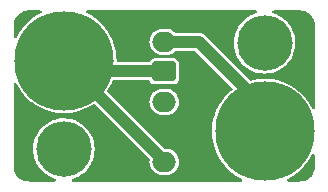
<source format=gbr>
%TF.GenerationSoftware,KiCad,Pcbnew,(6.0.9)*%
%TF.CreationDate,2022-12-18T21:26:27+11:00*%
%TF.ProjectId,EurekaProbe0.0.2,45757265-6b61-4507-926f-6265302e302e,rev?*%
%TF.SameCoordinates,Original*%
%TF.FileFunction,Copper,L1,Top*%
%TF.FilePolarity,Positive*%
%FSLAX46Y46*%
G04 Gerber Fmt 4.6, Leading zero omitted, Abs format (unit mm)*
G04 Created by KiCad (PCBNEW (6.0.9)) date 2022-12-18 21:26:27*
%MOMM*%
%LPD*%
G01*
G04 APERTURE LIST*
G04 Aperture macros list*
%AMRoundRect*
0 Rectangle with rounded corners*
0 $1 Rounding radius*
0 $2 $3 $4 $5 $6 $7 $8 $9 X,Y pos of 4 corners*
0 Add a 4 corners polygon primitive as box body*
4,1,4,$2,$3,$4,$5,$6,$7,$8,$9,$2,$3,0*
0 Add four circle primitives for the rounded corners*
1,1,$1+$1,$2,$3*
1,1,$1+$1,$4,$5*
1,1,$1+$1,$6,$7*
1,1,$1+$1,$8,$9*
0 Add four rect primitives between the rounded corners*
20,1,$1+$1,$2,$3,$4,$5,0*
20,1,$1+$1,$4,$5,$6,$7,0*
20,1,$1+$1,$6,$7,$8,$9,0*
20,1,$1+$1,$8,$9,$2,$3,0*%
G04 Aperture macros list end*
%TA.AperFunction,WasherPad*%
%ADD10C,4.700000*%
%TD*%
%TA.AperFunction,ComponentPad*%
%ADD11C,0.900000*%
%TD*%
%TA.AperFunction,ComponentPad*%
%ADD12C,8.400000*%
%TD*%
%TA.AperFunction,ComponentPad*%
%ADD13O,2.000000X1.700000*%
%TD*%
%TA.AperFunction,ComponentPad*%
%ADD14RoundRect,0.250000X0.750000X-0.600000X0.750000X0.600000X-0.750000X0.600000X-0.750000X-0.600000X0*%
%TD*%
%TA.AperFunction,Conductor*%
%ADD15C,0.250000*%
%TD*%
%TA.AperFunction,Conductor*%
%ADD16C,1.000000*%
%TD*%
G04 APERTURE END LIST*
D10*
%TO.P,REF,*%
%TO.N,*%
X71500000Y-64000000D03*
%TD*%
D11*
%TO.P,REF\u002A\u002A,*%
%TO.N,*%
X73780419Y-54219581D03*
X71500000Y-53275000D03*
X69219581Y-58780419D03*
D12*
X71500000Y-56500000D03*
D11*
X74725000Y-56500000D03*
X73780419Y-58780419D03*
X68275000Y-56500000D03*
X71500000Y-59725000D03*
X69219581Y-54219581D03*
%TD*%
D13*
%TO.P,,*%
%TO.N,*%
X80000000Y-65080000D03*
%TD*%
%TO.P,,*%
%TO.N,*%
X80000000Y-60000000D03*
%TD*%
D14*
%TO.P,REF\u002A\u002A,*%
%TO.N,*%
X80000000Y-57420000D03*
D13*
X80000000Y-54920000D03*
%TD*%
D10*
%TO.P,REF\u002A\u002A,*%
%TO.N,*%
X88500000Y-55000000D03*
%TD*%
D11*
%TO.P,REF\u002A\u002A,*%
%TO.N,*%
X88500000Y-59275000D03*
D12*
X88500000Y-62500000D03*
D11*
X90780419Y-64780419D03*
X86219581Y-64780419D03*
X86219581Y-60219581D03*
X91725000Y-62500000D03*
X88500000Y-65725000D03*
X90780419Y-60219581D03*
X85275000Y-62500000D03*
%TD*%
D15*
%TO.N,*%
X79990000Y-64990000D02*
X79990000Y-65070000D01*
D16*
X80000000Y-57400000D02*
X72400000Y-57400000D01*
X82910000Y-54910000D02*
X87275000Y-59275000D01*
X71500000Y-56500000D02*
X79990000Y-64990000D01*
X79990000Y-54910000D02*
X82910000Y-54910000D01*
X87275000Y-59275000D02*
X88500000Y-59275000D01*
%TD*%
%TA.AperFunction,NonConductor*%
G36*
X69565173Y-52274502D02*
G01*
X69611666Y-52328158D01*
X69621770Y-52398432D01*
X69592276Y-52463012D01*
X69552486Y-52493650D01*
X69351595Y-52592066D01*
X69349060Y-52593619D01*
X69349059Y-52593620D01*
X69235673Y-52663103D01*
X68993361Y-52811592D01*
X68990976Y-52813382D01*
X68990977Y-52813382D01*
X68659749Y-53062074D01*
X68659742Y-53062080D01*
X68657375Y-53063857D01*
X68655194Y-53065842D01*
X68655185Y-53065849D01*
X68350830Y-53342791D01*
X68346621Y-53346621D01*
X68344641Y-53348797D01*
X68065849Y-53655185D01*
X68065842Y-53655194D01*
X68063857Y-53657375D01*
X68062080Y-53659742D01*
X68062074Y-53659749D01*
X67915463Y-53855017D01*
X67811592Y-53993361D01*
X67592066Y-54351595D01*
X67531412Y-54475406D01*
X67493651Y-54552485D01*
X67445720Y-54604859D01*
X67377082Y-54623006D01*
X67309529Y-54601163D01*
X67264508Y-54546265D01*
X67254500Y-54497052D01*
X67254500Y-53537476D01*
X67256921Y-53512894D01*
X67257065Y-53512171D01*
X67259486Y-53500000D01*
X67257064Y-53487827D01*
X67257064Y-53475418D01*
X67257916Y-53475418D01*
X67257280Y-53464666D01*
X67258476Y-53449481D01*
X67269056Y-53315046D01*
X67272149Y-53295518D01*
X67305425Y-53156913D01*
X67313146Y-53124755D01*
X67319254Y-53105956D01*
X67336692Y-53063857D01*
X67386458Y-52943712D01*
X67395428Y-52926107D01*
X67487188Y-52776368D01*
X67498810Y-52760372D01*
X67612859Y-52626839D01*
X67626839Y-52612859D01*
X67760372Y-52498810D01*
X67776368Y-52487188D01*
X67849615Y-52442302D01*
X67926107Y-52395428D01*
X67943712Y-52386458D01*
X68105961Y-52319252D01*
X68124755Y-52313146D01*
X68295519Y-52272149D01*
X68315046Y-52269056D01*
X68464669Y-52257280D01*
X68475418Y-52257916D01*
X68475418Y-52257064D01*
X68487827Y-52257064D01*
X68500000Y-52259486D01*
X68512897Y-52256921D01*
X68537476Y-52254500D01*
X69497052Y-52254500D01*
X69565173Y-52274502D01*
G37*
%TD.AperFunction*%
%TA.AperFunction,NonConductor*%
G36*
X87796956Y-52274502D02*
G01*
X87843449Y-52328158D01*
X87853553Y-52398432D01*
X87824059Y-52463012D01*
X87765569Y-52501026D01*
X87590485Y-52554388D01*
X87587021Y-52555919D01*
X87587014Y-52555922D01*
X87458226Y-52612859D01*
X87303264Y-52681367D01*
X87300010Y-52683303D01*
X87300004Y-52683306D01*
X87278676Y-52695995D01*
X87033378Y-52841932D01*
X86784737Y-53033757D01*
X86782036Y-53036416D01*
X86782029Y-53036422D01*
X86563650Y-53251398D01*
X86560942Y-53254064D01*
X86365235Y-53499662D01*
X86200450Y-53766992D01*
X86068975Y-54052183D01*
X86010764Y-54232947D01*
X85980654Y-54326451D01*
X85972715Y-54351103D01*
X85971996Y-54354819D01*
X85971994Y-54354827D01*
X85913782Y-54655704D01*
X85913781Y-54655713D01*
X85913063Y-54659423D01*
X85912796Y-54663199D01*
X85912795Y-54663204D01*
X85891151Y-54968887D01*
X85890883Y-54972676D01*
X85891072Y-54976468D01*
X85905953Y-55275393D01*
X85906497Y-55286325D01*
X85907138Y-55290056D01*
X85907139Y-55290064D01*
X85939428Y-55477971D01*
X85959680Y-55595827D01*
X85960768Y-55599466D01*
X85960769Y-55599469D01*
X86017968Y-55790728D01*
X86049659Y-55896697D01*
X86051172Y-55900168D01*
X86051174Y-55900174D01*
X86105333Y-56024434D01*
X86175132Y-56184579D01*
X86334282Y-56455302D01*
X86336583Y-56458317D01*
X86432227Y-56583640D01*
X86524803Y-56704944D01*
X86527451Y-56707663D01*
X86527456Y-56707668D01*
X86593692Y-56775661D01*
X86743935Y-56929890D01*
X86746879Y-56932261D01*
X86746882Y-56932264D01*
X86985552Y-57124502D01*
X86985557Y-57124506D01*
X86988505Y-57126880D01*
X87254969Y-57293062D01*
X87539467Y-57426029D01*
X87543074Y-57427211D01*
X87543078Y-57427213D01*
X87623295Y-57453509D01*
X87837880Y-57523853D01*
X87841590Y-57524591D01*
X87841594Y-57524592D01*
X87991881Y-57554486D01*
X88145883Y-57585119D01*
X88302450Y-57597029D01*
X88455239Y-57608651D01*
X88455244Y-57608651D01*
X88459016Y-57608938D01*
X88772742Y-57594966D01*
X88776480Y-57594344D01*
X88776488Y-57594343D01*
X88927242Y-57569250D01*
X89082518Y-57543405D01*
X89383855Y-57455003D01*
X89672390Y-57331038D01*
X89943942Y-57173308D01*
X90194579Y-56984097D01*
X90420669Y-56766145D01*
X90569252Y-56583640D01*
X90616543Y-56525552D01*
X90616546Y-56525548D01*
X90618937Y-56522611D01*
X90631643Y-56502473D01*
X90784485Y-56260234D01*
X90784487Y-56260231D01*
X90786512Y-56257021D01*
X90820833Y-56184579D01*
X90896672Y-56024500D01*
X90920966Y-55973222D01*
X90928091Y-55951868D01*
X91003048Y-55727192D01*
X91020352Y-55675326D01*
X91083229Y-55367648D01*
X91108688Y-55054644D01*
X91109260Y-55000000D01*
X91107842Y-54976468D01*
X91090590Y-54690310D01*
X91090590Y-54690306D01*
X91090362Y-54686532D01*
X91042361Y-54423700D01*
X91034622Y-54381326D01*
X91034621Y-54381322D01*
X91033942Y-54377604D01*
X91025676Y-54350981D01*
X90978176Y-54198007D01*
X90940817Y-54077692D01*
X90928075Y-54049272D01*
X90842497Y-53858408D01*
X90812336Y-53791140D01*
X90650359Y-53522099D01*
X90643181Y-53512894D01*
X90513508Y-53346621D01*
X90457235Y-53274465D01*
X90235759Y-53051827D01*
X90212838Y-53033757D01*
X89992121Y-52859758D01*
X89989140Y-52857408D01*
X89720951Y-52694026D01*
X89500120Y-52593620D01*
X89438527Y-52565615D01*
X89438520Y-52565612D01*
X89435075Y-52564046D01*
X89234571Y-52500635D01*
X89175653Y-52461023D01*
X89147503Y-52395846D01*
X89159060Y-52325796D01*
X89206653Y-52273114D01*
X89272565Y-52254500D01*
X91462524Y-52254500D01*
X91487103Y-52256921D01*
X91500000Y-52259486D01*
X91512173Y-52257064D01*
X91524582Y-52257064D01*
X91524582Y-52257916D01*
X91535331Y-52257280D01*
X91684954Y-52269056D01*
X91704481Y-52272149D01*
X91875245Y-52313146D01*
X91894039Y-52319252D01*
X92056288Y-52386458D01*
X92073893Y-52395428D01*
X92150385Y-52442302D01*
X92223632Y-52487188D01*
X92239628Y-52498810D01*
X92373161Y-52612859D01*
X92387141Y-52626839D01*
X92501190Y-52760372D01*
X92512812Y-52776368D01*
X92604572Y-52926107D01*
X92613542Y-52943712D01*
X92663308Y-53063857D01*
X92680746Y-53105956D01*
X92686854Y-53124755D01*
X92694575Y-53156913D01*
X92727851Y-53295518D01*
X92730944Y-53315046D01*
X92741525Y-53449481D01*
X92742720Y-53464666D01*
X92742084Y-53475418D01*
X92742936Y-53475418D01*
X92742936Y-53487827D01*
X92740514Y-53500000D01*
X92742935Y-53512171D01*
X92743079Y-53512894D01*
X92745500Y-53537476D01*
X92745500Y-60492598D01*
X92725498Y-60560719D01*
X92671842Y-60607212D01*
X92601568Y-60617316D01*
X92536988Y-60587822D01*
X92504663Y-60544449D01*
X92474710Y-60478111D01*
X92473489Y-60475406D01*
X92468735Y-60467070D01*
X92370528Y-60294896D01*
X92265323Y-60110453D01*
X92023737Y-59766710D01*
X91993715Y-59731558D01*
X91752798Y-59449481D01*
X91750873Y-59447227D01*
X91449154Y-59154841D01*
X91437183Y-59145250D01*
X91262703Y-59005466D01*
X91121258Y-58892147D01*
X91004743Y-58815611D01*
X90772572Y-58663103D01*
X90772565Y-58663099D01*
X90770096Y-58661477D01*
X90767485Y-58660095D01*
X90767479Y-58660091D01*
X90401407Y-58466267D01*
X90398784Y-58464878D01*
X90010619Y-58304094D01*
X90007796Y-58303226D01*
X90007789Y-58303223D01*
X89611883Y-58181427D01*
X89611881Y-58181427D01*
X89609045Y-58180554D01*
X89606142Y-58179953D01*
X89606135Y-58179951D01*
X89200540Y-58095956D01*
X89200535Y-58095955D01*
X89197627Y-58095353D01*
X89194678Y-58095027D01*
X89194669Y-58095026D01*
X88782982Y-58049576D01*
X88782977Y-58049576D01*
X88780018Y-58049249D01*
X88777035Y-58049202D01*
X88777033Y-58049202D01*
X88669325Y-58047510D01*
X88359922Y-58042650D01*
X88356978Y-58042882D01*
X88356968Y-58042882D01*
X87952445Y-58074719D01*
X87941070Y-58075614D01*
X87527179Y-58147849D01*
X87524312Y-58148633D01*
X87524300Y-58148636D01*
X87352550Y-58195622D01*
X87281566Y-58194304D01*
X87230207Y-58163183D01*
X83490724Y-54423700D01*
X83478337Y-54409287D01*
X83469904Y-54397828D01*
X83465563Y-54391929D01*
X83425521Y-54357911D01*
X83418005Y-54350981D01*
X83412362Y-54345338D01*
X83390202Y-54327806D01*
X83386816Y-54325030D01*
X83337058Y-54282757D01*
X83337059Y-54282757D01*
X83331480Y-54278018D01*
X83324960Y-54274689D01*
X83319982Y-54271369D01*
X83314909Y-54268236D01*
X83309167Y-54263693D01*
X83243383Y-54232947D01*
X83239433Y-54231016D01*
X83181307Y-54201336D01*
X83174788Y-54198007D01*
X83167678Y-54196267D01*
X83162058Y-54194177D01*
X83156407Y-54192297D01*
X83149778Y-54189199D01*
X83142614Y-54187709D01*
X83142611Y-54187708D01*
X83102505Y-54179367D01*
X83078686Y-54174413D01*
X83074427Y-54173449D01*
X83003892Y-54156189D01*
X82998295Y-54155842D01*
X82998290Y-54155841D01*
X82992786Y-54155500D01*
X82992788Y-54155466D01*
X82988729Y-54155223D01*
X82984695Y-54154863D01*
X82977527Y-54153372D01*
X82970210Y-54153570D01*
X82900585Y-54155454D01*
X82897177Y-54155500D01*
X80999215Y-54155500D01*
X80931094Y-54135498D01*
X80912084Y-54120518D01*
X80907902Y-54116514D01*
X80837660Y-54049272D01*
X80735918Y-53983578D01*
X80665640Y-53938200D01*
X80665637Y-53938199D01*
X80660603Y-53934948D01*
X80465122Y-53856166D01*
X80330739Y-53829923D01*
X80262717Y-53816639D01*
X80262714Y-53816639D01*
X80258271Y-53815771D01*
X80252730Y-53815500D01*
X79797341Y-53815500D01*
X79640194Y-53830493D01*
X79437958Y-53889823D01*
X79432619Y-53892573D01*
X79255921Y-53983578D01*
X79255918Y-53983580D01*
X79250590Y-53986324D01*
X79241632Y-53993361D01*
X79089568Y-54112808D01*
X79089564Y-54112812D01*
X79084851Y-54116514D01*
X79080920Y-54121044D01*
X79080919Y-54121045D01*
X78950650Y-54271165D01*
X78950646Y-54271170D01*
X78946719Y-54275696D01*
X78841181Y-54458126D01*
X78772043Y-54657222D01*
X78771183Y-54663155D01*
X78771182Y-54663158D01*
X78761650Y-54728899D01*
X78741801Y-54865800D01*
X78751545Y-55076333D01*
X78752949Y-55082158D01*
X78795497Y-55258706D01*
X78800924Y-55281226D01*
X78888157Y-55473084D01*
X79010096Y-55644986D01*
X79162340Y-55790728D01*
X79167375Y-55793979D01*
X79334360Y-55901800D01*
X79334363Y-55901801D01*
X79339397Y-55905052D01*
X79534878Y-55983834D01*
X79657688Y-56007817D01*
X79737283Y-56023361D01*
X79737286Y-56023361D01*
X79741729Y-56024229D01*
X79747270Y-56024500D01*
X80202659Y-56024500D01*
X80359806Y-56009507D01*
X80471771Y-55976660D01*
X80556278Y-55951868D01*
X80562042Y-55950177D01*
X80645304Y-55907294D01*
X80744079Y-55856422D01*
X80744082Y-55856420D01*
X80749410Y-55853676D01*
X80825408Y-55793979D01*
X80910432Y-55727192D01*
X80910436Y-55727188D01*
X80915149Y-55723486D01*
X80928660Y-55707917D01*
X80988414Y-55669578D01*
X81023823Y-55664500D01*
X82545285Y-55664500D01*
X82613406Y-55684502D01*
X82634380Y-55701405D01*
X84224029Y-57291053D01*
X85748587Y-58815611D01*
X85782613Y-58877923D01*
X85777548Y-58948738D01*
X85735146Y-59005465D01*
X85704465Y-59028501D01*
X85659749Y-59062074D01*
X85659742Y-59062080D01*
X85657375Y-59063857D01*
X85655194Y-59065842D01*
X85655185Y-59065849D01*
X85350830Y-59342791D01*
X85346621Y-59346621D01*
X85344641Y-59348797D01*
X85065849Y-59655185D01*
X85065842Y-59655194D01*
X85063857Y-59657375D01*
X85062080Y-59659742D01*
X85062074Y-59659749D01*
X84851762Y-59939860D01*
X84811592Y-59993361D01*
X84810038Y-59995897D01*
X84644934Y-60265323D01*
X84592066Y-60351595D01*
X84590754Y-60354274D01*
X84590753Y-60354275D01*
X84531752Y-60474710D01*
X84407226Y-60728899D01*
X84406179Y-60731669D01*
X84406178Y-60731672D01*
X84259763Y-61119148D01*
X84259759Y-61119159D01*
X84258715Y-61121923D01*
X84257934Y-61124777D01*
X84257931Y-61124787D01*
X84163355Y-61470498D01*
X84147849Y-61527179D01*
X84075614Y-61941070D01*
X84075382Y-61944018D01*
X84049140Y-62277461D01*
X84042650Y-62359922D01*
X84045198Y-62522099D01*
X84049099Y-62770439D01*
X84049249Y-62780018D01*
X84049576Y-62782977D01*
X84049576Y-62782982D01*
X84078916Y-63048739D01*
X84095353Y-63197627D01*
X84095955Y-63200535D01*
X84095956Y-63200540D01*
X84132625Y-63377604D01*
X84180554Y-63609045D01*
X84181427Y-63611881D01*
X84181427Y-63611883D01*
X84293588Y-63976468D01*
X84304094Y-64010619D01*
X84464878Y-64398784D01*
X84466267Y-64401407D01*
X84631412Y-64713312D01*
X84661477Y-64770096D01*
X84663099Y-64772565D01*
X84663103Y-64772572D01*
X84797164Y-64976660D01*
X84892147Y-65121258D01*
X85154841Y-65449154D01*
X85447227Y-65750873D01*
X85766710Y-66023737D01*
X86110453Y-66265323D01*
X86228288Y-66332535D01*
X86472830Y-66472020D01*
X86472835Y-66472023D01*
X86475406Y-66473489D01*
X86531010Y-66498595D01*
X86544449Y-66504663D01*
X86598303Y-66550926D01*
X86618597Y-66618960D01*
X86598887Y-66687166D01*
X86545431Y-66733888D01*
X86492598Y-66745500D01*
X72270731Y-66745500D01*
X72202610Y-66725498D01*
X72156117Y-66671842D01*
X72146013Y-66601568D01*
X72175507Y-66536988D01*
X72235262Y-66498595D01*
X72383855Y-66455003D01*
X72672390Y-66331038D01*
X72943942Y-66173308D01*
X72985955Y-66141592D01*
X73191552Y-65986382D01*
X73194579Y-65984097D01*
X73420669Y-65766145D01*
X73533439Y-65627629D01*
X73616543Y-65525552D01*
X73616546Y-65525548D01*
X73618937Y-65522611D01*
X73621872Y-65517960D01*
X73784485Y-65260234D01*
X73784487Y-65260231D01*
X73786512Y-65257021D01*
X73820833Y-65184579D01*
X73896056Y-65025800D01*
X73920966Y-64973222D01*
X73945792Y-64898811D01*
X73989607Y-64767479D01*
X74020352Y-64675326D01*
X74083229Y-64367648D01*
X74108688Y-64054644D01*
X74109149Y-64010619D01*
X74109237Y-64002221D01*
X74109237Y-64002214D01*
X74109260Y-64000000D01*
X74107842Y-63976468D01*
X74090590Y-63690310D01*
X74090590Y-63690306D01*
X74090362Y-63686532D01*
X74076729Y-63611883D01*
X74034622Y-63381326D01*
X74034621Y-63381322D01*
X74033942Y-63377604D01*
X73940817Y-63077692D01*
X73927836Y-63048739D01*
X73813891Y-62794609D01*
X73812336Y-62791140D01*
X73650359Y-62522099D01*
X73457235Y-62274465D01*
X73235759Y-62051827D01*
X73212838Y-62033757D01*
X72992121Y-61859758D01*
X72989140Y-61857408D01*
X72720951Y-61694026D01*
X72607067Y-61642246D01*
X72438527Y-61565615D01*
X72438520Y-61565612D01*
X72435075Y-61564046D01*
X72135655Y-61469352D01*
X71998489Y-61443558D01*
X71830751Y-61412015D01*
X71830746Y-61412014D01*
X71827027Y-61411315D01*
X71513662Y-61390776D01*
X71509882Y-61390984D01*
X71509881Y-61390984D01*
X71421138Y-61395868D01*
X71200099Y-61408032D01*
X71196372Y-61408693D01*
X71196368Y-61408693D01*
X70953825Y-61451678D01*
X70890880Y-61462834D01*
X70887255Y-61463939D01*
X70887250Y-61463940D01*
X70692589Y-61523269D01*
X70590485Y-61554388D01*
X70587021Y-61555919D01*
X70587014Y-61555922D01*
X70410626Y-61633903D01*
X70303264Y-61681367D01*
X70300010Y-61683303D01*
X70300004Y-61683306D01*
X70278676Y-61695995D01*
X70033378Y-61841932D01*
X69784737Y-62033757D01*
X69782036Y-62036416D01*
X69782029Y-62036422D01*
X69763652Y-62054513D01*
X69560942Y-62254064D01*
X69365235Y-62499662D01*
X69200450Y-62766992D01*
X69068975Y-63052183D01*
X68972715Y-63351103D01*
X68971996Y-63354819D01*
X68971994Y-63354827D01*
X68913782Y-63655704D01*
X68913781Y-63655713D01*
X68913063Y-63659423D01*
X68912796Y-63663199D01*
X68912795Y-63663204D01*
X68910876Y-63690310D01*
X68890883Y-63972676D01*
X68892133Y-63997789D01*
X68902868Y-64213417D01*
X68906497Y-64286325D01*
X68907138Y-64290056D01*
X68907139Y-64290064D01*
X68948776Y-64532371D01*
X68959680Y-64595827D01*
X68960768Y-64599466D01*
X68960769Y-64599469D01*
X69011015Y-64767479D01*
X69049659Y-64896697D01*
X69051172Y-64900168D01*
X69051174Y-64900174D01*
X69103339Y-65019860D01*
X69175132Y-65184579D01*
X69177055Y-65187850D01*
X69177057Y-65187854D01*
X69208981Y-65242158D01*
X69334282Y-65455302D01*
X69524803Y-65704944D01*
X69527451Y-65707663D01*
X69527456Y-65707668D01*
X69709015Y-65894044D01*
X69743935Y-65929890D01*
X69746879Y-65932261D01*
X69746882Y-65932264D01*
X69985552Y-66124502D01*
X69985557Y-66124506D01*
X69988505Y-66126880D01*
X70254969Y-66293062D01*
X70539467Y-66426029D01*
X70543074Y-66427211D01*
X70543078Y-66427213D01*
X70615571Y-66450977D01*
X70760831Y-66498595D01*
X70764412Y-66499769D01*
X70822913Y-66539996D01*
X70850379Y-66605464D01*
X70838089Y-66675389D01*
X70789947Y-66727570D01*
X70725163Y-66745500D01*
X68537476Y-66745500D01*
X68512897Y-66743079D01*
X68500000Y-66740514D01*
X68487827Y-66742936D01*
X68475418Y-66742936D01*
X68475418Y-66742084D01*
X68464669Y-66742720D01*
X68315046Y-66730944D01*
X68295518Y-66727851D01*
X68285717Y-66725498D01*
X68124755Y-66686854D01*
X68105961Y-66680748D01*
X67943712Y-66613542D01*
X67926107Y-66604572D01*
X67776368Y-66512812D01*
X67760372Y-66501190D01*
X67626839Y-66387141D01*
X67612859Y-66373161D01*
X67498810Y-66239628D01*
X67487188Y-66223632D01*
X67438992Y-66144983D01*
X67395428Y-66073893D01*
X67386458Y-66056288D01*
X67319252Y-65894039D01*
X67313144Y-65875240D01*
X67286246Y-65763198D01*
X67272149Y-65704481D01*
X67269056Y-65684954D01*
X67257280Y-65535334D01*
X67257916Y-65524582D01*
X67257064Y-65524582D01*
X67257064Y-65512173D01*
X67259486Y-65500000D01*
X67256921Y-65487103D01*
X67254500Y-65462524D01*
X67254500Y-58508694D01*
X67274502Y-58440573D01*
X67328158Y-58394080D01*
X67398432Y-58383976D01*
X67463012Y-58413470D01*
X67491855Y-58449735D01*
X67603233Y-58660091D01*
X67661477Y-58770096D01*
X67663099Y-58772565D01*
X67663103Y-58772572D01*
X67770564Y-58936166D01*
X67892147Y-59121258D01*
X68012010Y-59270872D01*
X68151648Y-59445168D01*
X68154841Y-59449154D01*
X68447227Y-59750873D01*
X68449481Y-59752798D01*
X68734114Y-59995897D01*
X68766710Y-60023737D01*
X69110453Y-60265323D01*
X69288164Y-60366688D01*
X69472830Y-60472020D01*
X69472835Y-60472023D01*
X69475406Y-60473489D01*
X69858330Y-60646386D01*
X70255825Y-60782479D01*
X70258699Y-60783169D01*
X70258706Y-60783171D01*
X70661484Y-60879869D01*
X70661488Y-60879870D01*
X70664363Y-60880560D01*
X70667296Y-60880977D01*
X70667299Y-60880978D01*
X70869758Y-60909792D01*
X71080319Y-60939759D01*
X71500000Y-60959551D01*
X71919681Y-60939759D01*
X72130242Y-60909792D01*
X72332701Y-60880978D01*
X72332704Y-60880977D01*
X72335637Y-60880560D01*
X72338512Y-60879870D01*
X72338516Y-60879869D01*
X72741294Y-60783171D01*
X72741301Y-60783169D01*
X72744175Y-60782479D01*
X73141670Y-60646386D01*
X73524594Y-60473489D01*
X73527165Y-60472023D01*
X73527170Y-60472020D01*
X73711836Y-60366688D01*
X73889547Y-60265323D01*
X73891961Y-60263626D01*
X73891979Y-60263615D01*
X73984214Y-60198791D01*
X74051448Y-60175986D01*
X74120338Y-60193151D01*
X74145759Y-60212783D01*
X78724612Y-64791636D01*
X78758638Y-64853948D01*
X78760213Y-64898811D01*
X78749424Y-64973222D01*
X78741801Y-65025800D01*
X78751545Y-65236333D01*
X78800924Y-65441226D01*
X78803406Y-65446684D01*
X78803407Y-65446688D01*
X78844109Y-65536206D01*
X78888157Y-65633084D01*
X79010096Y-65804986D01*
X79162340Y-65950728D01*
X79167375Y-65953979D01*
X79334360Y-66061800D01*
X79334363Y-66061801D01*
X79339397Y-66065052D01*
X79534878Y-66143834D01*
X79657688Y-66167817D01*
X79737283Y-66183361D01*
X79737286Y-66183361D01*
X79741729Y-66184229D01*
X79747270Y-66184500D01*
X80202659Y-66184500D01*
X80359806Y-66169507D01*
X80498263Y-66128888D01*
X80556278Y-66111868D01*
X80562042Y-66110177D01*
X80648894Y-66065445D01*
X80744079Y-66016422D01*
X80744082Y-66016420D01*
X80749410Y-66013676D01*
X80825408Y-65953979D01*
X80910432Y-65887192D01*
X80910436Y-65887188D01*
X80915149Y-65883486D01*
X80979674Y-65809128D01*
X81049350Y-65728835D01*
X81049354Y-65728830D01*
X81053281Y-65724304D01*
X81158819Y-65541874D01*
X81227957Y-65342778D01*
X81250895Y-65184579D01*
X81257338Y-65140140D01*
X81257338Y-65140137D01*
X81258199Y-65134200D01*
X81248455Y-64923667D01*
X81242794Y-64900174D01*
X81200482Y-64724607D01*
X81200481Y-64724605D01*
X81199076Y-64718774D01*
X81180953Y-64678913D01*
X81114323Y-64532371D01*
X81111843Y-64526916D01*
X80989904Y-64355014D01*
X80837660Y-64209272D01*
X80810971Y-64192039D01*
X80665640Y-64098200D01*
X80665637Y-64098199D01*
X80660603Y-64094948D01*
X80465122Y-64016166D01*
X80330901Y-63989955D01*
X80262717Y-63976639D01*
X80262714Y-63976639D01*
X80258271Y-63975771D01*
X80252730Y-63975500D01*
X80094715Y-63975500D01*
X80026594Y-63955498D01*
X80005620Y-63938595D01*
X76012825Y-59945800D01*
X78741801Y-59945800D01*
X78751545Y-60156333D01*
X78760418Y-60193151D01*
X78778165Y-60266788D01*
X78800924Y-60361226D01*
X78803406Y-60366684D01*
X78803407Y-60366688D01*
X78851967Y-60473489D01*
X78888157Y-60553084D01*
X79010096Y-60724986D01*
X79162340Y-60870728D01*
X79189029Y-60887961D01*
X79334360Y-60981800D01*
X79334363Y-60981801D01*
X79339397Y-60985052D01*
X79534878Y-61063834D01*
X79657688Y-61087817D01*
X79737283Y-61103361D01*
X79737286Y-61103361D01*
X79741729Y-61104229D01*
X79747270Y-61104500D01*
X80202659Y-61104500D01*
X80359806Y-61089507D01*
X80562042Y-61030177D01*
X80645304Y-60987294D01*
X80744079Y-60936422D01*
X80744082Y-60936420D01*
X80749410Y-60933676D01*
X80800328Y-60893679D01*
X80910432Y-60807192D01*
X80910436Y-60807188D01*
X80915149Y-60803486D01*
X80934211Y-60781519D01*
X81049350Y-60648835D01*
X81049354Y-60648830D01*
X81053281Y-60644304D01*
X81158819Y-60461874D01*
X81227957Y-60262778D01*
X81238053Y-60193151D01*
X81257338Y-60060140D01*
X81257338Y-60060137D01*
X81258199Y-60054200D01*
X81248455Y-59843667D01*
X81229909Y-59766710D01*
X81200482Y-59644607D01*
X81200481Y-59644605D01*
X81199076Y-59638774D01*
X81111843Y-59446916D01*
X80989904Y-59275014D01*
X80837660Y-59129272D01*
X80765901Y-59082938D01*
X80665640Y-59018200D01*
X80665637Y-59018199D01*
X80660603Y-59014948D01*
X80465122Y-58936166D01*
X80330739Y-58909923D01*
X80262717Y-58896639D01*
X80262714Y-58896639D01*
X80258271Y-58895771D01*
X80252730Y-58895500D01*
X79797341Y-58895500D01*
X79640194Y-58910493D01*
X79437958Y-58969823D01*
X79432619Y-58972573D01*
X79255921Y-59063578D01*
X79255918Y-59063580D01*
X79250590Y-59066324D01*
X79199672Y-59106320D01*
X79089568Y-59192808D01*
X79089564Y-59192812D01*
X79084851Y-59196514D01*
X79080920Y-59201044D01*
X79080919Y-59201045D01*
X78950650Y-59351165D01*
X78950646Y-59351170D01*
X78946719Y-59355696D01*
X78841181Y-59538126D01*
X78772043Y-59737222D01*
X78771183Y-59743155D01*
X78771182Y-59743158D01*
X78757454Y-59837840D01*
X78741801Y-59945800D01*
X76012825Y-59945800D01*
X75212275Y-59145250D01*
X75178249Y-59082938D01*
X75183314Y-59012123D01*
X75196056Y-58986982D01*
X75274510Y-58867547D01*
X75336897Y-58772572D01*
X75336901Y-58772566D01*
X75338523Y-58770096D01*
X75396768Y-58660091D01*
X75533733Y-58401407D01*
X75535122Y-58398784D01*
X75594117Y-58256358D01*
X75604090Y-58232282D01*
X75648639Y-58177001D01*
X75720499Y-58154500D01*
X78674265Y-58154500D01*
X78742386Y-58174502D01*
X78788879Y-58228158D01*
X78792246Y-58236269D01*
X78799777Y-58256358D01*
X78799778Y-58256360D01*
X78802929Y-58264764D01*
X78808309Y-58271943D01*
X78808311Y-58271946D01*
X78831752Y-58303223D01*
X78889596Y-58380404D01*
X78896776Y-58385785D01*
X78998054Y-58461689D01*
X78998057Y-58461691D01*
X79005236Y-58467071D01*
X79094954Y-58500704D01*
X79133157Y-58515026D01*
X79133159Y-58515026D01*
X79140552Y-58517798D01*
X79148402Y-58518651D01*
X79148403Y-58518651D01*
X79198847Y-58524131D01*
X79202244Y-58524500D01*
X80797756Y-58524500D01*
X80801153Y-58524131D01*
X80851597Y-58518651D01*
X80851598Y-58518651D01*
X80859448Y-58517798D01*
X80866841Y-58515026D01*
X80866843Y-58515026D01*
X80905046Y-58500704D01*
X80994764Y-58467071D01*
X81001943Y-58461691D01*
X81001946Y-58461689D01*
X81103224Y-58385785D01*
X81110404Y-58380404D01*
X81168248Y-58303223D01*
X81191689Y-58271946D01*
X81191691Y-58271943D01*
X81197071Y-58264764D01*
X81230908Y-58174502D01*
X81245026Y-58136843D01*
X81245026Y-58136841D01*
X81247798Y-58129448D01*
X81251437Y-58095956D01*
X81254131Y-58071153D01*
X81254131Y-58071152D01*
X81254500Y-58067756D01*
X81254500Y-56772244D01*
X81254131Y-56768847D01*
X81248651Y-56718403D01*
X81248651Y-56718402D01*
X81247798Y-56710552D01*
X81197071Y-56575236D01*
X81191691Y-56568057D01*
X81191689Y-56568054D01*
X81115785Y-56466776D01*
X81110404Y-56459596D01*
X81089977Y-56444287D01*
X81001946Y-56378311D01*
X81001943Y-56378309D01*
X80994764Y-56372929D01*
X80905046Y-56339296D01*
X80866843Y-56324974D01*
X80866841Y-56324974D01*
X80859448Y-56322202D01*
X80851598Y-56321349D01*
X80851597Y-56321349D01*
X80801153Y-56315869D01*
X80801152Y-56315869D01*
X80797756Y-56315500D01*
X79202244Y-56315500D01*
X79198848Y-56315869D01*
X79198847Y-56315869D01*
X79148403Y-56321349D01*
X79148402Y-56321349D01*
X79140552Y-56322202D01*
X79133159Y-56324974D01*
X79133157Y-56324974D01*
X79094954Y-56339296D01*
X79005236Y-56372929D01*
X78998057Y-56378309D01*
X78998054Y-56378311D01*
X78910023Y-56444287D01*
X78889596Y-56459596D01*
X78884215Y-56466776D01*
X78844770Y-56519408D01*
X78802929Y-56575236D01*
X78800765Y-56581009D01*
X78751510Y-56630154D01*
X78691247Y-56645500D01*
X76085001Y-56645500D01*
X76016880Y-56625498D01*
X75970387Y-56571842D01*
X75959063Y-56515546D01*
X75959473Y-56502473D01*
X75959551Y-56500000D01*
X75939759Y-56080319D01*
X75889502Y-55727192D01*
X75880978Y-55667299D01*
X75880977Y-55667296D01*
X75880560Y-55664363D01*
X75879869Y-55661484D01*
X75783171Y-55258706D01*
X75783169Y-55258699D01*
X75782479Y-55255825D01*
X75646386Y-54858330D01*
X75473489Y-54475406D01*
X75443997Y-54423700D01*
X75352730Y-54263693D01*
X75265323Y-54110453D01*
X75023737Y-53766710D01*
X74750873Y-53447227D01*
X74449154Y-53154841D01*
X74388136Y-53105956D01*
X74174192Y-52934555D01*
X74121258Y-52892147D01*
X73932130Y-52767913D01*
X73772572Y-52663103D01*
X73772565Y-52663099D01*
X73770096Y-52661477D01*
X73767485Y-52660095D01*
X73767479Y-52660091D01*
X73449735Y-52491855D01*
X73398892Y-52442302D01*
X73382910Y-52373127D01*
X73406864Y-52306294D01*
X73463148Y-52263020D01*
X73508694Y-52254500D01*
X87728835Y-52254500D01*
X87796956Y-52274502D01*
G37*
%TD.AperFunction*%
%TA.AperFunction,NonConductor*%
G36*
X92693706Y-64406864D02*
G01*
X92736980Y-64463148D01*
X92745500Y-64508694D01*
X92745500Y-65462524D01*
X92743079Y-65487103D01*
X92740514Y-65500000D01*
X92742936Y-65512173D01*
X92742936Y-65524582D01*
X92742084Y-65524582D01*
X92742720Y-65535334D01*
X92730944Y-65684954D01*
X92727851Y-65704481D01*
X92713755Y-65763198D01*
X92686856Y-65875240D01*
X92680748Y-65894039D01*
X92613542Y-66056288D01*
X92604572Y-66073893D01*
X92561008Y-66144983D01*
X92512812Y-66223632D01*
X92501190Y-66239628D01*
X92387141Y-66373161D01*
X92373161Y-66387141D01*
X92239628Y-66501190D01*
X92223632Y-66512812D01*
X92073893Y-66604572D01*
X92056288Y-66613542D01*
X91894039Y-66680748D01*
X91875245Y-66686854D01*
X91714283Y-66725498D01*
X91704482Y-66727851D01*
X91684954Y-66730944D01*
X91535331Y-66742720D01*
X91524582Y-66742084D01*
X91524582Y-66742936D01*
X91512173Y-66742936D01*
X91500000Y-66740514D01*
X91487103Y-66743079D01*
X91462524Y-66745500D01*
X90507402Y-66745500D01*
X90439281Y-66725498D01*
X90392788Y-66671842D01*
X90382684Y-66601568D01*
X90412178Y-66536988D01*
X90455551Y-66504663D01*
X90468990Y-66498595D01*
X90524594Y-66473489D01*
X90527165Y-66472023D01*
X90527170Y-66472020D01*
X90771712Y-66332535D01*
X90889547Y-66265323D01*
X91233290Y-66023737D01*
X91552773Y-65750873D01*
X91845159Y-65449154D01*
X92107853Y-65121258D01*
X92202836Y-64976660D01*
X92336897Y-64772572D01*
X92336901Y-64772565D01*
X92338523Y-64770096D01*
X92368589Y-64713312D01*
X92508145Y-64449735D01*
X92557698Y-64398892D01*
X92626873Y-64382910D01*
X92693706Y-64406864D01*
G37*
%TD.AperFunction*%
M02*

</source>
